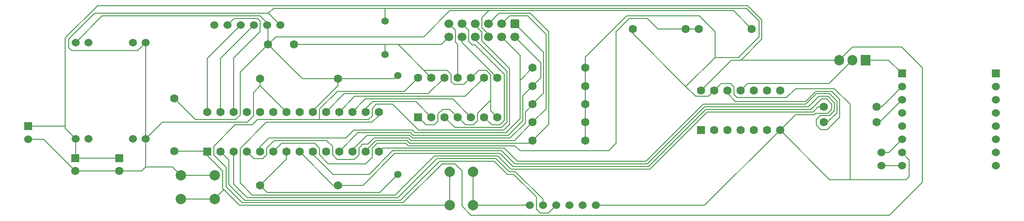
<source format=gbr>
%TF.GenerationSoftware,KiCad,Pcbnew,9.0.7*%
%TF.CreationDate,2026-01-05T23:13:07+01:00*%
%TF.ProjectId,hardware-Schematic,68617264-7761-4726-952d-536368656d61,rev?*%
%TF.SameCoordinates,Original*%
%TF.FileFunction,Copper,L1,Top*%
%TF.FilePolarity,Positive*%
%FSLAX46Y46*%
G04 Gerber Fmt 4.6, Leading zero omitted, Abs format (unit mm)*
G04 Created by KiCad (PCBNEW 9.0.7) date 2026-01-05 23:13:07*
%MOMM*%
%LPD*%
G01*
G04 APERTURE LIST*
G04 Aperture macros list*
%AMRoundRect*
0 Rectangle with rounded corners*
0 $1 Rounding radius*
0 $2 $3 $4 $5 $6 $7 $8 $9 X,Y pos of 4 corners*
0 Add a 4 corners polygon primitive as box body*
4,1,4,$2,$3,$4,$5,$6,$7,$8,$9,$2,$3,0*
0 Add four circle primitives for the rounded corners*
1,1,$1+$1,$2,$3*
1,1,$1+$1,$4,$5*
1,1,$1+$1,$6,$7*
1,1,$1+$1,$8,$9*
0 Add four rect primitives between the rounded corners*
20,1,$1+$1,$2,$3,$4,$5,0*
20,1,$1+$1,$4,$5,$6,$7,0*
20,1,$1+$1,$6,$7,$8,$9,0*
20,1,$1+$1,$8,$9,$2,$3,0*%
G04 Aperture macros list end*
%TA.AperFunction,ComponentPad*%
%ADD10C,1.600000*%
%TD*%
%TA.AperFunction,ComponentPad*%
%ADD11C,2.000000*%
%TD*%
%TA.AperFunction,ComponentPad*%
%ADD12R,1.905000X2.000000*%
%TD*%
%TA.AperFunction,ComponentPad*%
%ADD13O,1.905000X2.000000*%
%TD*%
%TA.AperFunction,ComponentPad*%
%ADD14C,1.524000*%
%TD*%
%TA.AperFunction,ComponentPad*%
%ADD15RoundRect,0.250000X0.550000X-0.550000X0.550000X0.550000X-0.550000X0.550000X-0.550000X-0.550000X0*%
%TD*%
%TA.AperFunction,ComponentPad*%
%ADD16R,1.524000X1.524000*%
%TD*%
%TA.AperFunction,ComponentPad*%
%ADD17C,1.400000*%
%TD*%
%TA.AperFunction,ComponentPad*%
%ADD18RoundRect,0.250000X-0.550000X0.550000X-0.550000X-0.550000X0.550000X-0.550000X0.550000X0.550000X0*%
%TD*%
%TA.AperFunction,ComponentPad*%
%ADD19RoundRect,0.250000X-0.600000X0.600000X-0.600000X-0.600000X0.600000X-0.600000X0.600000X0.600000X0*%
%TD*%
%TA.AperFunction,ComponentPad*%
%ADD20C,1.700000*%
%TD*%
%TA.AperFunction,Conductor*%
%ADD21C,0.200000*%
%TD*%
G04 APERTURE END LIST*
D10*
%TO.P,R7,1*%
%TO.N,GND*%
X163560000Y-101500000D03*
%TO.P,R7,2*%
%TO.N,Net-(U1-PD2)*%
X153400000Y-101500000D03*
%TD*%
%TO.P,R8,1*%
%TO.N,GND*%
X163580000Y-98000000D03*
%TO.P,R8,2*%
%TO.N,Net-(U1-PD6)*%
X153420000Y-98000000D03*
%TD*%
D11*
%TO.P,SW3,1,C*%
%TO.N,Net-(SW2A-D)*%
X137500000Y-117500000D03*
X137500000Y-111000000D03*
%TO.P,SW3,2,D*%
%TO.N,Net-(SW3A-D)*%
X142000000Y-117500000D03*
X142000000Y-111000000D03*
%TD*%
D12*
%TO.P,Q1,1,D*%
%TO.N,Net-(Q1-D)*%
X217500000Y-89500000D03*
D13*
%TO.P,Q1,2,G*%
%TO.N,Net-(Q1-G)*%
X214960000Y-89500000D03*
%TO.P,Q1,3,S*%
%TO.N,+5V*%
X212420000Y-89500000D03*
%TD*%
D14*
%TO.P,U2,1,32K*%
%TO.N,unconnected-(U2-32K-Pad1)*%
X92150000Y-82770000D03*
%TO.P,U2,2,SQW*%
%TO.N,Net-(U1-PC3)*%
X94690000Y-82770000D03*
%TO.P,U2,3,SCL*%
%TO.N,Net-(U1-PC5)*%
X97230000Y-82770000D03*
%TO.P,U2,4,SDA*%
%TO.N,Net-(U1-PC4)*%
X99770000Y-82770000D03*
%TO.P,U2,5,VCC*%
%TO.N,+3.3V*%
X102310000Y-82770000D03*
%TO.P,U2,6,GND*%
%TO.N,GND*%
X104850000Y-82770000D03*
%TD*%
D15*
%TO.P,U3,1*%
%TO.N,GND*%
X131380000Y-100500000D03*
D10*
%TO.P,U3,2*%
%TO.N,Net-(U1-PB2)*%
X133920000Y-100500000D03*
%TO.P,U3,3*%
%TO.N,Net-(J2-Pad8)*%
X136460000Y-100500000D03*
%TO.P,U3,4*%
%TO.N,GND*%
X139000000Y-100500000D03*
%TO.P,U3,5*%
%TO.N,Net-(U1-PB3)*%
X141540000Y-100500000D03*
%TO.P,U3,6*%
%TO.N,Net-(J2-Pad9)*%
X144080000Y-100500000D03*
%TO.P,U3,7,GND*%
%TO.N,GND*%
X146620000Y-100500000D03*
%TO.P,U3,8*%
%TO.N,Net-(J2-Pad10)*%
X146620000Y-92880000D03*
%TO.P,U3,9*%
%TO.N,Net-(U1-PB4)*%
X144080000Y-92880000D03*
%TO.P,U3,10*%
%TO.N,GND*%
X141540000Y-92880000D03*
%TO.P,U3,11*%
%TO.N,Net-(J2-Pad11)*%
X139000000Y-92880000D03*
%TO.P,U3,12*%
%TO.N,Net-(U1-PB5)*%
X136460000Y-92880000D03*
%TO.P,U3,13*%
%TO.N,GND*%
X133920000Y-92880000D03*
%TO.P,U3,14,VCC*%
%TO.N,+5V*%
X131380000Y-92880000D03*
%TD*%
%TO.P,J4,1,Pin_1*%
%TO.N,+3.3V*%
X195580000Y-83500000D03*
%TO.P,J4,2,Pin_2*%
%TO.N,Net-(J4-Pin_2)*%
X185420000Y-83500000D03*
%TD*%
%TO.P,C1,1*%
%TO.N,GND*%
X116000000Y-113620000D03*
%TO.P,C1,2*%
%TO.N,+3.3V*%
X101000000Y-113620000D03*
%TD*%
D15*
%TO.P,U1,1,~{RESET}/PC6*%
%TO.N,Net-(SW2A-D)*%
X90800000Y-107120000D03*
D10*
%TO.P,U1,2,PD0*%
%TO.N,Net-(U1-PD0)*%
X93340000Y-107120000D03*
%TO.P,U1,3,PD1*%
%TO.N,Net-(U1-PD1)*%
X95880000Y-107120000D03*
%TO.P,U1,4,PD2*%
%TO.N,Net-(U1-PD2)*%
X98420000Y-107120000D03*
%TO.P,U1,5,PD3*%
%TO.N,Net-(U1-PD3)*%
X100960000Y-107120000D03*
%TO.P,U1,6,PD4*%
%TO.N,Net-(J4-Pin_2)*%
X103500000Y-107120000D03*
%TO.P,U1,7,VCC*%
%TO.N,+3.3V*%
X106040000Y-107120000D03*
%TO.P,U1,8,GND*%
%TO.N,GND*%
X108580000Y-107120000D03*
%TO.P,U1,9,XTAL1/PB6*%
%TO.N,Net-(U1-XTAL1{slash}PB6)*%
X111120000Y-107120000D03*
%TO.P,U1,10,XTAL2/PB7*%
%TO.N,unconnected-(U1-XTAL2{slash}PB7-Pad10)*%
X113660000Y-107120000D03*
%TO.P,U1,11,PD5*%
%TO.N,Net-(U1-PD5)*%
X116200000Y-107120000D03*
%TO.P,U1,12,PD6*%
%TO.N,Net-(U1-PD6)*%
X118740000Y-107120000D03*
%TO.P,U1,13,PD7*%
%TO.N,Net-(U1-PD7)*%
X121280000Y-107120000D03*
%TO.P,U1,14,PB0*%
%TO.N,Net-(U1-PB0)*%
X123820000Y-107120000D03*
%TO.P,U1,15,PB1*%
%TO.N,Net-(U1-PB1)*%
X123820000Y-99500000D03*
%TO.P,U1,16,PB2*%
%TO.N,Net-(U1-PB2)*%
X121280000Y-99500000D03*
%TO.P,U1,17,PB3*%
%TO.N,Net-(U1-PB3)*%
X118740000Y-99500000D03*
%TO.P,U1,18,PB4*%
%TO.N,Net-(U1-PB4)*%
X116200000Y-99500000D03*
%TO.P,U1,19,PB5*%
%TO.N,Net-(U1-PB5)*%
X113660000Y-99500000D03*
%TO.P,U1,20,AVCC*%
%TO.N,+3.3V*%
X111120000Y-99500000D03*
%TO.P,U1,21,AREF*%
%TO.N,unconnected-(U1-AREF-Pad21)*%
X108580000Y-99500000D03*
%TO.P,U1,22,GND*%
%TO.N,GND*%
X106040000Y-99500000D03*
%TO.P,U1,23,PC0*%
%TO.N,unconnected-(U1-PC0-Pad23)*%
X103500000Y-99500000D03*
%TO.P,U1,24,PC1*%
%TO.N,unconnected-(U1-PC1-Pad24)*%
X100960000Y-99500000D03*
%TO.P,U1,25,PC2*%
%TO.N,unconnected-(U1-PC2-Pad25)*%
X98420000Y-99500000D03*
%TO.P,U1,26,PC3*%
%TO.N,Net-(U1-PC3)*%
X95880000Y-99500000D03*
%TO.P,U1,27,PC4*%
%TO.N,Net-(U1-PC4)*%
X93340000Y-99500000D03*
%TO.P,U1,28,PC5*%
%TO.N,Net-(U1-PC5)*%
X90800000Y-99500000D03*
%TD*%
D15*
%TO.P,U15,1*%
%TO.N,unconnected-(U15-Pad1)*%
X185800000Y-103000000D03*
D10*
%TO.P,U15,2*%
%TO.N,unconnected-(U15-Pad2)*%
X188340000Y-103000000D03*
%TO.P,U15,3*%
%TO.N,unconnected-(U15-Pad3)*%
X190880000Y-103000000D03*
%TO.P,U15,4*%
%TO.N,unconnected-(U15-Pad4)*%
X193420000Y-103000000D03*
%TO.P,U15,5*%
%TO.N,unconnected-(U15-Pad5)*%
X195960000Y-103000000D03*
%TO.P,U15,6*%
%TO.N,unconnected-(U15-Pad6)*%
X198500000Y-103000000D03*
%TO.P,U15,7,GND*%
%TO.N,GND*%
X201040000Y-103000000D03*
%TO.P,U15,8*%
%TO.N,unconnected-(U15-Pad8)*%
X201040000Y-95380000D03*
%TO.P,U15,9*%
%TO.N,unconnected-(U15-Pad9)*%
X198500000Y-95380000D03*
%TO.P,U15,10*%
%TO.N,unconnected-(U15-Pad10)*%
X195960000Y-95380000D03*
%TO.P,U15,11*%
%TO.N,Net-(Q1-G)*%
X193420000Y-95380000D03*
%TO.P,U15,12*%
%TO.N,Net-(U1-XTAL1{slash}PB6)*%
X190880000Y-95380000D03*
%TO.P,U15,13*%
%TO.N,GND*%
X188340000Y-95380000D03*
%TO.P,U15,14,VCC*%
%TO.N,+5V*%
X185800000Y-95380000D03*
%TD*%
%TO.P,R9,1*%
%TO.N,GND*%
X163560000Y-94500000D03*
%TO.P,R9,2*%
%TO.N,Net-(U1-PD5)*%
X153400000Y-94500000D03*
%TD*%
%TO.P,R11,1*%
%TO.N,GND*%
X172670000Y-83500000D03*
%TO.P,R11,2*%
%TO.N,Net-(J4-Pin_2)*%
X182830000Y-83500000D03*
%TD*%
%TO.P,R13,1*%
%TO.N,Net-(U1-PB1)*%
X209420000Y-98500000D03*
%TO.P,R13,2*%
%TO.N,Net-(U16-RX)*%
X219580000Y-98500000D03*
%TD*%
%TO.P,R6,1*%
%TO.N,GND*%
X163560000Y-105000000D03*
%TO.P,R6,2*%
%TO.N,Net-(U1-PD7)*%
X153400000Y-105000000D03*
%TD*%
D16*
%TO.P,J1,1,Pin_1*%
%TO.N,+5V*%
X56400000Y-102250000D03*
D14*
%TO.P,J1,2,Pin_2*%
%TO.N,GND*%
X56400000Y-104790000D03*
%TD*%
D17*
%TO.P,J5,1,Pin_1*%
%TO.N,+3.3V*%
X127500000Y-92500000D03*
%TD*%
D18*
%TO.P,C6,1*%
%TO.N,+5V*%
X73900000Y-108400000D03*
D10*
%TO.P,C6,2*%
%TO.N,GND*%
X73900000Y-110900000D03*
%TD*%
D14*
%TO.P,J3,1,Pin_1*%
%TO.N,Net-(J3-Pin_1)*%
X220550000Y-109890000D03*
%TO.P,J3,2,Pin_2*%
%TO.N,Net-(J3-Pin_2)*%
X220550000Y-107350000D03*
%TD*%
%TO.P,U14,1,DTR*%
%TO.N,Net-(SW3A-D)*%
X152880000Y-117500000D03*
%TO.P,U14,2,RX*%
%TO.N,Net-(U1-PD1)*%
X155420000Y-117500000D03*
%TO.P,U14,3,TX*%
%TO.N,Net-(U1-PD0)*%
X157960000Y-117500000D03*
%TO.P,U14,4,VCC*%
%TO.N,unconnected-(U14-VCC-Pad4)*%
X160500000Y-117500000D03*
%TO.P,U14,5,CTS*%
%TO.N,unconnected-(U14-CTS-Pad5)*%
X163040000Y-117500000D03*
%TO.P,U14,6,GND*%
%TO.N,GND*%
X165580000Y-117500000D03*
%TD*%
D10*
%TO.P,C2,1*%
%TO.N,+3.3V*%
X116000000Y-93120000D03*
%TO.P,C2,2*%
%TO.N,GND*%
X101000000Y-93120000D03*
%TD*%
D17*
%TO.P,J8,1,Pin_1*%
%TO.N,GND*%
X125000000Y-88400000D03*
%TD*%
D10*
%TO.P,R12,1*%
%TO.N,Net-(U1-PB0)*%
X209420000Y-101500000D03*
%TO.P,R12,2*%
%TO.N,Net-(U16-TX)*%
X219580000Y-101500000D03*
%TD*%
D17*
%TO.P,J6,1,Pin_1*%
%TO.N,+3.3V*%
X127500000Y-111500000D03*
%TD*%
D10*
%TO.P,C3,1*%
%TO.N,+3.3V*%
X102500000Y-86500000D03*
%TO.P,C3,2*%
%TO.N,GND*%
X107500000Y-86500000D03*
%TD*%
D11*
%TO.P,SW2,1,C*%
%TO.N,GND*%
X85750000Y-111750000D03*
X92250000Y-111750000D03*
%TO.P,SW2,2,D*%
%TO.N,Net-(SW2A-D)*%
X85750000Y-116250000D03*
X92250000Y-116250000D03*
%TD*%
D18*
%TO.P,C7,1*%
%TO.N,+5V*%
X65400000Y-108400000D03*
D10*
%TO.P,C7,2*%
%TO.N,GND*%
X65400000Y-110900000D03*
%TD*%
D17*
%TO.P,J7,1,Pin_1*%
%TO.N,GND*%
X125000000Y-82000000D03*
%TD*%
D10*
%TO.P,R1,1*%
%TO.N,Net-(SW2A-D)*%
X84500000Y-107080000D03*
%TO.P,R1,2*%
%TO.N,+3.3V*%
X84500000Y-96920000D03*
%TD*%
%TO.P,R10,1*%
%TO.N,GND*%
X163560000Y-91000000D03*
%TO.P,R10,2*%
%TO.N,Net-(U1-PD3)*%
X153400000Y-91000000D03*
%TD*%
D19*
%TO.P,J2,1*%
%TO.N,Net-(U1-PD6)*%
X150000000Y-82500000D03*
D20*
%TO.P,J2,2*%
%TO.N,Net-(U1-PD5)*%
X150000000Y-85040000D03*
%TO.P,J2,3*%
%TO.N,Net-(U1-PD2)*%
X147460000Y-82500000D03*
%TO.P,J2,4*%
%TO.N,Net-(U1-PD3)*%
X147460000Y-85040000D03*
%TO.P,J2,5*%
%TO.N,Net-(U1-PD7)*%
X144920000Y-82500000D03*
%TO.P,J2,6*%
%TO.N,+3.3V*%
X144920000Y-85040000D03*
%TO.P,J2,7*%
%TO.N,+5V*%
X142380000Y-82500000D03*
%TO.P,J2,8*%
%TO.N,Net-(J2-Pad8)*%
X142380000Y-85040000D03*
%TO.P,J2,9*%
%TO.N,Net-(J2-Pad9)*%
X139840000Y-82500000D03*
%TO.P,J2,10*%
%TO.N,Net-(J2-Pad10)*%
X139840000Y-85040000D03*
%TO.P,J2,11*%
%TO.N,Net-(J2-Pad11)*%
X137300000Y-82500000D03*
%TO.P,J2,12*%
%TO.N,GND*%
X137300000Y-85040000D03*
%TD*%
D14*
%TO.P,U17,1,IN+*%
%TO.N,+5V*%
X65500000Y-104650000D03*
%TO.P,U17,2,IN+*%
%TO.N,unconnected-(U17-IN+-Pad2)*%
X68000000Y-104650000D03*
%TO.P,U17,3,IN-*%
%TO.N,unconnected-(U17-IN--Pad3)*%
X76500000Y-104650000D03*
%TO.P,U17,4,IN-*%
%TO.N,GND*%
X79000000Y-104650000D03*
%TO.P,U17,5,OUT-*%
X79000000Y-86150000D03*
%TO.P,U17,6,OUT-*%
%TO.N,unconnected-(U17-OUT--Pad6)*%
X76500000Y-86150000D03*
%TO.P,U17,7,OUT+*%
%TO.N,unconnected-(U17-OUT+-Pad7)*%
X68000000Y-86150000D03*
%TO.P,U17,8,OUT+*%
%TO.N,+3.3V*%
X65500000Y-86150000D03*
%TD*%
D16*
%TO.P,U16,1,VCC*%
%TO.N,Net-(Q1-D)*%
X224495000Y-92110000D03*
D14*
%TO.P,U16,2,RX*%
%TO.N,Net-(U16-RX)*%
X224495000Y-94650000D03*
%TO.P,U16,3,TX*%
%TO.N,Net-(U16-TX)*%
X224495000Y-97190000D03*
%TO.P,U16,4,DAC_R*%
%TO.N,unconnected-(U16-DAC_R-Pad4)*%
X224495000Y-99730000D03*
%TO.P,U16,5,DAC_L*%
%TO.N,unconnected-(U16-DAC_L-Pad5)*%
X224495000Y-102270000D03*
%TO.P,U16,6,SPK_1*%
%TO.N,Net-(J3-Pin_2)*%
X224495000Y-104810000D03*
%TO.P,U16,7,GND*%
%TO.N,GND*%
X224495000Y-107350000D03*
%TO.P,U16,8,SPK_2*%
%TO.N,Net-(J3-Pin_1)*%
X224495000Y-109890000D03*
%TO.P,U16,9,IO_1*%
%TO.N,unconnected-(U16-IO_1-Pad9)*%
X242505000Y-109890000D03*
%TO.P,U16,10,GND*%
%TO.N,unconnected-(U16-GND-Pad10)*%
X242505000Y-107350000D03*
%TO.P,U16,11,IO_2*%
%TO.N,unconnected-(U16-IO_2-Pad11)*%
X242505000Y-104810000D03*
%TO.P,U16,12,ADKEY_1*%
%TO.N,unconnected-(U16-ADKEY_1-Pad12)*%
X242505000Y-102270000D03*
%TO.P,U16,13,ADKEY_2*%
%TO.N,unconnected-(U16-ADKEY_2-Pad13)*%
X242505000Y-99730000D03*
%TO.P,U16,14,USB+*%
%TO.N,unconnected-(U16-USB+-Pad14)*%
X242505000Y-97190000D03*
%TO.P,U16,15,USB6*%
%TO.N,unconnected-(U16-USB6-Pad15)*%
X242505000Y-94650000D03*
D16*
%TO.P,U16,16,BUSY*%
%TO.N,unconnected-(U16-BUSY-Pad16)*%
X242505000Y-92110000D03*
%TD*%
D21*
%TO.N,+5V*%
X139825000Y-117664892D02*
X141561108Y-119401000D01*
X139825000Y-110825000D02*
X139825000Y-117664892D01*
X142380000Y-82500000D02*
X142380000Y-82855000D01*
X136000000Y-109500000D02*
X138500000Y-109500000D01*
X128500000Y-117000000D02*
X136000000Y-109500000D01*
X97500000Y-117000000D02*
X128500000Y-117000000D01*
X94450000Y-113950000D02*
X97500000Y-117000000D01*
X94450000Y-110202900D02*
X94450000Y-113950000D01*
X100500000Y-101000000D02*
X99500000Y-102000000D01*
X143650000Y-84125000D02*
X143650000Y-85775000D01*
X92100000Y-106100000D02*
X92100000Y-107852900D01*
X138500000Y-109500000D02*
X139825000Y-110825000D01*
X143650000Y-85775000D02*
X149000000Y-91125000D01*
X142380000Y-82855000D02*
X143650000Y-84125000D01*
X126500000Y-98000000D02*
X123350000Y-98000000D01*
X149000000Y-91125000D02*
X149000000Y-101900000D01*
X224425000Y-87000000D02*
X214920000Y-87000000D01*
X99500000Y-102000000D02*
X96200000Y-102000000D01*
X149000000Y-101900000D02*
X147900000Y-103000000D01*
X214920000Y-87000000D02*
X212420000Y-89500000D01*
X96200000Y-102000000D02*
X92100000Y-106100000D01*
X147900000Y-103000000D02*
X131500000Y-103000000D01*
X131500000Y-103000000D02*
X126500000Y-98000000D01*
X92100000Y-107852900D02*
X94450000Y-110202900D01*
X141561108Y-119401000D02*
X222099000Y-119401000D01*
X123350000Y-98000000D02*
X122550000Y-98800000D01*
X222099000Y-119401000D02*
X228425000Y-113075000D01*
X122550000Y-98800000D02*
X122550000Y-100300000D01*
X228425000Y-113075000D02*
X228425000Y-91000000D01*
X122550000Y-100300000D02*
X121850000Y-101000000D01*
X121850000Y-101000000D02*
X100500000Y-101000000D01*
X228425000Y-91000000D02*
X224425000Y-87000000D01*
%TO.N,Net-(U16-TX)*%
X224495000Y-97190000D02*
X220185000Y-101500000D01*
X220185000Y-101500000D02*
X219580000Y-101500000D01*
%TO.N,Net-(U16-RX)*%
X224495000Y-94650000D02*
X220645000Y-98500000D01*
X220645000Y-98500000D02*
X219580000Y-98500000D01*
%TO.N,Net-(Q1-D)*%
X217500000Y-89500000D02*
X221885000Y-89500000D01*
X221885000Y-89500000D02*
X224495000Y-92110000D01*
%TO.N,GND*%
X214400000Y-112523000D02*
X225302000Y-112523000D01*
X225302000Y-112523000D02*
X225900000Y-111925000D01*
X225900000Y-108755000D02*
X224495000Y-107350000D01*
X225900000Y-111925000D02*
X225900000Y-108755000D01*
X210563000Y-112523000D02*
X214400000Y-112523000D01*
%TO.N,Net-(J3-Pin_2)*%
X220550000Y-107350000D02*
X221955000Y-107350000D01*
X221955000Y-107350000D02*
X224495000Y-104810000D01*
%TO.N,Net-(J3-Pin_1)*%
X220550000Y-109890000D02*
X224495000Y-109890000D01*
%TO.N,+5V*%
X63500000Y-101650000D02*
X63500000Y-102250000D01*
X56400000Y-102250000D02*
X63500000Y-102250000D01*
X63500000Y-102250000D02*
X63500000Y-102650000D01*
%TO.N,GND*%
X56400000Y-104790000D02*
X59290000Y-104790000D01*
X59290000Y-104790000D02*
X65400000Y-110900000D01*
%TO.N,+5V*%
X65500000Y-104650000D02*
X65500000Y-108300000D01*
X65500000Y-108300000D02*
X65400000Y-108400000D01*
X63500000Y-85250000D02*
X63500000Y-101650000D01*
X63500000Y-102650000D02*
X65500000Y-104650000D01*
%TO.N,GND*%
X79000000Y-110100000D02*
X84100000Y-110100000D01*
X84100000Y-110100000D02*
X85750000Y-111750000D01*
X73900000Y-110900000D02*
X78200000Y-110900000D01*
X78200000Y-110900000D02*
X79000000Y-110100000D01*
X79000000Y-110100000D02*
X79000000Y-104650000D01*
X79000000Y-104650000D02*
X82150000Y-101500000D01*
X82150000Y-101500000D02*
X98500000Y-101500000D01*
X98500000Y-101500000D02*
X99700000Y-100300000D01*
X99700000Y-100300000D02*
X99700000Y-95760000D01*
X99700000Y-95760000D02*
X101000000Y-94460000D01*
X79000000Y-104650000D02*
X79000000Y-86150000D01*
%TO.N,+5V*%
X197500000Y-81716450D02*
X197500000Y-85500000D01*
X63500000Y-85250000D02*
X69750000Y-79000000D01*
X69750000Y-79000000D02*
X194783550Y-79000000D01*
X194783550Y-79000000D02*
X197500000Y-81716450D01*
X197500000Y-85500000D02*
X193500000Y-89500000D01*
X193500000Y-89500000D02*
X193000000Y-89500000D01*
%TO.N,+3.3V*%
X65500000Y-86125000D02*
X70625000Y-81000000D01*
X70625000Y-81000000D02*
X101020000Y-81000000D01*
X101020000Y-81000000D02*
X102310000Y-82290000D01*
X102310000Y-82290000D02*
X102310000Y-82770000D01*
%TO.N,GND*%
X201040000Y-103000000D02*
X210563000Y-112523000D01*
X197000000Y-85000000D02*
X197000000Y-82000000D01*
X188340000Y-95380000D02*
X187239000Y-96481000D01*
X207675000Y-100000000D02*
X204040000Y-100000000D01*
X207000000Y-99000000D02*
X209000000Y-97000000D01*
X131380000Y-100500000D02*
X132880000Y-102000000D01*
X163560000Y-98440000D02*
X163560000Y-101500000D01*
X138300000Y-94200000D02*
X137750000Y-93650000D01*
X135840000Y-86500000D02*
X127540000Y-86500000D01*
X136100000Y-99000000D02*
X137500000Y-99000000D01*
X103580000Y-79500000D02*
X102580000Y-80500000D01*
X137500000Y-99000000D02*
X139000000Y-100500000D01*
X135200000Y-99900000D02*
X136100000Y-99000000D01*
X135540000Y-91500000D02*
X132540000Y-91500000D01*
X210200000Y-99800000D02*
X207875000Y-99800000D01*
X204040000Y-100000000D02*
X201040000Y-103000000D01*
X132880000Y-102000000D02*
X134500000Y-102000000D01*
X125000000Y-79500000D02*
X125000000Y-82000000D01*
X186716450Y-99000000D02*
X207000000Y-99000000D01*
X137750000Y-92250000D02*
X137000000Y-91500000D01*
X185488525Y-81000000D02*
X171500000Y-81000000D01*
X171500000Y-81000000D02*
X163560000Y-88940000D01*
X141540000Y-92880000D02*
X140220000Y-94200000D01*
X127540000Y-86500000D02*
X125000000Y-86500000D01*
X188500000Y-89000000D02*
X182894315Y-94605685D01*
X192175000Y-94675000D02*
X192175000Y-96156000D01*
X187239000Y-96481000D02*
X184769630Y-96481000D01*
X202250000Y-96750000D02*
X204000000Y-95000000D01*
X214500000Y-98000000D02*
X214500000Y-112523000D01*
X192175000Y-96156000D02*
X192769000Y-96750000D01*
X145350000Y-92310000D02*
X144540000Y-91500000D01*
X125000000Y-79500000D02*
X103580000Y-79500000D01*
X101000000Y-94460000D02*
X106040000Y-99500000D01*
X116000000Y-113620000D02*
X120812900Y-113620000D01*
X142040000Y-102000000D02*
X142800000Y-101240000D01*
X175716450Y-110000000D02*
X186716450Y-99000000D01*
X163580000Y-94580000D02*
X163580000Y-98000000D01*
X125000000Y-86500000D02*
X125000000Y-88400000D01*
X172670000Y-83500000D02*
X172670000Y-84381370D01*
X210000000Y-97000000D02*
X211000000Y-98000000D01*
X135540000Y-91500000D02*
X135300000Y-91500000D01*
X142800000Y-101240000D02*
X142800000Y-99800000D01*
X134500000Y-102000000D02*
X135200000Y-101300000D01*
X65400000Y-110900000D02*
X73900000Y-110900000D01*
X101000000Y-93120000D02*
X101000000Y-94460000D01*
X137300000Y-85040000D02*
X135840000Y-86500000D01*
X214400000Y-112523000D02*
X214500000Y-112523000D01*
X133920000Y-92880000D02*
X127540000Y-86500000D01*
X207875000Y-99800000D02*
X207675000Y-100000000D01*
X126932900Y-107500000D02*
X147155325Y-107500000D01*
X145350000Y-97250000D02*
X145350000Y-92310000D01*
X188340000Y-95380000D02*
X189720000Y-94000000D01*
X163580000Y-98000000D02*
X163580000Y-98420000D01*
X163560000Y-94500000D02*
X163560000Y-94560000D01*
X163580000Y-98420000D02*
X163560000Y-98440000D01*
X149655325Y-110000000D02*
X175716450Y-110000000D01*
X115080000Y-113620000D02*
X116000000Y-113620000D01*
X108580000Y-107120000D02*
X115080000Y-113620000D01*
X188500000Y-84011475D02*
X185488525Y-81000000D01*
X144540000Y-91500000D02*
X143040000Y-91500000D01*
X209000000Y-97000000D02*
X210000000Y-97000000D01*
X137750000Y-93650000D02*
X137750000Y-92250000D01*
X140500000Y-102000000D02*
X142040000Y-102000000D01*
X192769000Y-96750000D02*
X202250000Y-96750000D01*
X145350000Y-99230000D02*
X145350000Y-97250000D01*
X141660000Y-92880000D02*
X141540000Y-92880000D01*
X146620000Y-100500000D02*
X145350000Y-99230000D01*
X194500000Y-79500000D02*
X125000000Y-79500000D01*
X135200000Y-101300000D02*
X135200000Y-99900000D01*
X184769630Y-96481000D02*
X182894315Y-94605685D01*
X163560000Y-101500000D02*
X163560000Y-105000000D01*
X102580000Y-80500000D02*
X104850000Y-82770000D01*
X189720000Y-94000000D02*
X191500000Y-94000000D01*
X186540000Y-117500000D02*
X201040000Y-103000000D01*
X197000000Y-82000000D02*
X194500000Y-79500000D01*
X143040000Y-91500000D02*
X141660000Y-92880000D01*
X145100000Y-97500000D02*
X145350000Y-97250000D01*
X182894315Y-94605685D02*
X172670000Y-84381370D01*
X125000000Y-86500000D02*
X110937050Y-86500000D01*
X147155325Y-107500000D02*
X149655325Y-110000000D01*
X165580000Y-117500000D02*
X186540000Y-117500000D01*
X140220000Y-94200000D02*
X138300000Y-94200000D01*
X193000000Y-89000000D02*
X197000000Y-85000000D01*
X85750000Y-111750000D02*
X92250000Y-111750000D01*
X204000000Y-95000000D02*
X211500000Y-95000000D01*
X142800000Y-99800000D02*
X145100000Y-97500000D01*
X188500000Y-89000000D02*
X193000000Y-89000000D01*
X137000000Y-91500000D02*
X135540000Y-91500000D01*
X120812900Y-113620000D02*
X126932900Y-107500000D01*
X211500000Y-95000000D02*
X214500000Y-98000000D01*
X163560000Y-88940000D02*
X163560000Y-91000000D01*
X163560000Y-91000000D02*
X163560000Y-94500000D01*
X191500000Y-94000000D02*
X192175000Y-94675000D01*
X107500000Y-86500000D02*
X110937050Y-86500000D01*
X139000000Y-100500000D02*
X140500000Y-102000000D01*
X163560000Y-94560000D02*
X163580000Y-94580000D01*
X188500000Y-89000000D02*
X188500000Y-84011475D01*
X211000000Y-99000000D02*
X210200000Y-99800000D01*
X211000000Y-98000000D02*
X211000000Y-99000000D01*
%TO.N,+3.3V*%
X144920000Y-85040000D02*
X144920000Y-84520000D01*
X102500000Y-83500000D02*
X102500000Y-86500000D01*
X132500000Y-85000000D02*
X104000000Y-85000000D01*
X104000000Y-85000000D02*
X102500000Y-86500000D01*
X144920000Y-84520000D02*
X143650000Y-83250000D01*
X102310000Y-82770000D02*
X102310000Y-83310000D01*
X137500000Y-80000000D02*
X132500000Y-85000000D01*
X143650000Y-81350000D02*
X145000000Y-80000000D01*
X102500000Y-86500000D02*
X109120000Y-93120000D01*
X101000000Y-113620000D02*
X102380000Y-115000000D01*
X145000000Y-80000000D02*
X137500000Y-80000000D01*
X111120000Y-99280000D02*
X111120000Y-99500000D01*
X88580000Y-101000000D02*
X96250000Y-101000000D01*
X102310000Y-83310000D02*
X102500000Y-83500000D01*
X106040000Y-107120000D02*
X106040000Y-108580000D01*
X102380000Y-115000000D02*
X124000000Y-115000000D01*
X143650000Y-83250000D02*
X143650000Y-81350000D01*
X84500000Y-96920000D02*
X88580000Y-101000000D01*
X124000000Y-115000000D02*
X127500000Y-111500000D01*
X109120000Y-93120000D02*
X116000000Y-93120000D01*
X192080000Y-80000000D02*
X195580000Y-83500000D01*
X116000000Y-94400000D02*
X111120000Y-99280000D01*
X116000000Y-93120000D02*
X126880000Y-93120000D01*
X106040000Y-108580000D02*
X101000000Y-113620000D01*
X126880000Y-93120000D02*
X127500000Y-92500000D01*
X145000000Y-80000000D02*
X192080000Y-80000000D01*
X96250000Y-101000000D02*
X97150000Y-100100000D01*
X97150000Y-100100000D02*
X97150000Y-91850000D01*
X116000000Y-93120000D02*
X116000000Y-94400000D01*
X97150000Y-91850000D02*
X102500000Y-86500000D01*
%TO.N,+5V*%
X115850000Y-95500000D02*
X112400000Y-98950000D01*
X65400000Y-108400000D02*
X73900000Y-108400000D01*
X112400000Y-98950000D02*
X112400000Y-101000000D01*
X193000000Y-89500000D02*
X191680000Y-89500000D01*
X128760000Y-95500000D02*
X115850000Y-95500000D01*
X191680000Y-89500000D02*
X185800000Y-95380000D01*
X131380000Y-92880000D02*
X128760000Y-95500000D01*
X212420000Y-89500000D02*
X193000000Y-89500000D01*
%TO.N,Net-(J2-Pad10)*%
X139840000Y-86100000D02*
X146620000Y-92880000D01*
X139840000Y-85040000D02*
X139840000Y-86100000D01*
%TO.N,Net-(J2-Pad11)*%
X138575000Y-83775000D02*
X137300000Y-82500000D01*
X138575000Y-86075000D02*
X138575000Y-83775000D01*
X139000000Y-86500000D02*
X138575000Y-86075000D01*
X139000000Y-92880000D02*
X139000000Y-86500000D01*
%TO.N,Net-(J2-Pad8)*%
X136460000Y-100500000D02*
X138460000Y-102500000D01*
X147500000Y-102500000D02*
X148500000Y-101500000D01*
X148500000Y-101500000D02*
X148500000Y-91650000D01*
X142380000Y-85040000D02*
X142380000Y-85187100D01*
X142380000Y-85530000D02*
X142380000Y-85040000D01*
X138460000Y-102500000D02*
X147500000Y-102500000D01*
X148500000Y-91650000D02*
X142380000Y-85530000D01*
%TO.N,Net-(U1-PD5)*%
X116200000Y-107120000D02*
X119820000Y-103500000D01*
X119820000Y-103500000D02*
X129966450Y-103500000D01*
X129966450Y-103500000D02*
X130466450Y-104000000D01*
X151500000Y-96400000D02*
X153400000Y-94500000D01*
X155000000Y-92900000D02*
X155000000Y-90000000D01*
X148700000Y-104000000D02*
X151500000Y-101200000D01*
X154960000Y-90000000D02*
X155000000Y-90000000D01*
X150000000Y-85040000D02*
X154960000Y-90000000D01*
X130466450Y-104000000D02*
X148700000Y-104000000D01*
X153400000Y-94500000D02*
X155000000Y-92900000D01*
X151500000Y-101200000D02*
X151500000Y-96400000D01*
%TO.N,Net-(U1-PD2)*%
X114925000Y-106150000D02*
X114925000Y-107740050D01*
X103700000Y-105000000D02*
X113775000Y-105000000D01*
X156000000Y-98900000D02*
X156000000Y-84500000D01*
X152500000Y-81000000D02*
X148960000Y-81000000D01*
X153400000Y-101500000D02*
X156000000Y-98900000D01*
X98420000Y-107120000D02*
X99800000Y-108500000D01*
X148960000Y-81000000D02*
X147460000Y-82500000D01*
X122950000Y-104500000D02*
X129500000Y-104500000D01*
X115806950Y-108622000D02*
X119078000Y-108622000D01*
X120000000Y-106427100D02*
X120713550Y-105713550D01*
X130000000Y-105000000D02*
X149900000Y-105000000D01*
X149900000Y-105000000D02*
X153400000Y-101500000D01*
X101475050Y-108500000D02*
X102250000Y-107725050D01*
X114925000Y-107740050D02*
X115806950Y-108622000D01*
X119078000Y-108622000D02*
X120000000Y-107700000D01*
X120713550Y-105713550D02*
X121736450Y-105713550D01*
X113775000Y-105000000D02*
X114925000Y-106150000D01*
X129500000Y-104500000D02*
X130000000Y-105000000D01*
X120000000Y-107700000D02*
X120000000Y-106427100D01*
X102250000Y-107725050D02*
X102250000Y-106450000D01*
X99800000Y-108500000D02*
X101475050Y-108500000D01*
X102250000Y-106450000D02*
X103700000Y-105000000D01*
X121736450Y-105713550D02*
X122950000Y-104500000D01*
X156000000Y-84500000D02*
X152500000Y-81000000D01*
%TO.N,Net-(J2-Pad9)*%
X141100000Y-85850000D02*
X141100000Y-83760000D01*
X141775000Y-86525000D02*
X141100000Y-85850000D01*
X148000000Y-101150000D02*
X148000000Y-92250000D01*
X144080000Y-100500000D02*
X145580000Y-102000000D01*
X142275000Y-86525000D02*
X141775000Y-86525000D01*
X147150000Y-102000000D02*
X148000000Y-101150000D01*
X145580000Y-102000000D02*
X147150000Y-102000000D01*
X148000000Y-92250000D02*
X142275000Y-86525000D01*
X141100000Y-83760000D02*
X139840000Y-82500000D01*
%TO.N,Net-(U1-PD3)*%
X117500000Y-104500000D02*
X102700000Y-104500000D01*
X151000000Y-100800000D02*
X148300000Y-103500000D01*
X130750000Y-103500000D02*
X130250000Y-103000000D01*
X151000000Y-93400000D02*
X151000000Y-100800000D01*
X100960000Y-106240000D02*
X100960000Y-107120000D01*
X151000000Y-88580000D02*
X147460000Y-85040000D01*
X148300000Y-103500000D02*
X130750000Y-103500000D01*
X119000000Y-103000000D02*
X117500000Y-104500000D01*
X151000000Y-93400000D02*
X153400000Y-91000000D01*
X151000000Y-93400000D02*
X151000000Y-88580000D01*
X130250000Y-103000000D02*
X119000000Y-103000000D01*
X102700000Y-104500000D02*
X100960000Y-106240000D01*
%TO.N,Net-(U1-PD6)*%
X130250000Y-104500000D02*
X149100000Y-104500000D01*
X152000000Y-101600000D02*
X152000000Y-99500000D01*
X118740000Y-107120000D02*
X118740000Y-106815000D01*
X149100000Y-104500000D02*
X152000000Y-101600000D01*
X129750000Y-104000000D02*
X130250000Y-104500000D01*
X118740000Y-106815000D02*
X121555000Y-104000000D01*
X153420000Y-98000000D02*
X155500000Y-95920000D01*
X121555000Y-104000000D02*
X129750000Y-104000000D01*
X153420000Y-98080000D02*
X153420000Y-98000000D01*
X152000000Y-99500000D02*
X153420000Y-98080000D01*
X150000000Y-82500000D02*
X155500000Y-88000000D01*
X155500000Y-95920000D02*
X155500000Y-88000000D01*
%TO.N,Net-(U1-PD7)*%
X121280000Y-107120000D02*
X121280000Y-106970000D01*
X146920000Y-80500000D02*
X144920000Y-82500000D01*
X153400000Y-105000000D02*
X156500000Y-101900000D01*
X121280000Y-106970000D02*
X123250000Y-105000000D01*
X129750000Y-105500000D02*
X152900000Y-105500000D01*
X123250000Y-105000000D02*
X129250000Y-105000000D01*
X152900000Y-105500000D02*
X153400000Y-105000000D01*
X156500000Y-84000000D02*
X153000000Y-80500000D01*
X129250000Y-105000000D02*
X129750000Y-105500000D01*
X153000000Y-80500000D02*
X146920000Y-80500000D01*
X156500000Y-101900000D02*
X156500000Y-84000000D01*
%TO.N,Net-(Q1-G)*%
X214960000Y-89500000D02*
X215000000Y-89540000D01*
X214960000Y-89500000D02*
X210460000Y-94000000D01*
X194800000Y-94000000D02*
X193420000Y-95380000D01*
X210460000Y-94000000D02*
X194800000Y-94000000D01*
%TO.N,Net-(SW2A-D)*%
X85750000Y-116250000D02*
X92250000Y-116250000D01*
X90800000Y-107120000D02*
X90800000Y-107900000D01*
X84500000Y-107080000D02*
X90760000Y-107080000D01*
X93800000Y-110900000D02*
X93800000Y-114300000D01*
X97000000Y-117500000D02*
X94000000Y-114500000D01*
X93800000Y-114300000D02*
X94000000Y-114500000D01*
X90800000Y-107900000D02*
X93800000Y-110900000D01*
X137500000Y-111000000D02*
X137500000Y-117500000D01*
X137500000Y-117500000D02*
X97000000Y-117500000D01*
X94000000Y-114500000D02*
X93551000Y-114949000D01*
X90760000Y-107080000D02*
X90800000Y-107120000D01*
X93551000Y-114949000D02*
X92250000Y-116250000D01*
%TO.N,Net-(J4-Pin_2)*%
X121300000Y-109500000D02*
X122550000Y-108250000D01*
X175500000Y-81500000D02*
X177500000Y-83500000D01*
X182830000Y-83500000D02*
X185420000Y-83500000D01*
X111450000Y-105500000D02*
X112400000Y-106450000D01*
X105120000Y-105500000D02*
X111450000Y-105500000D01*
X129000000Y-105500000D02*
X129500000Y-106000000D01*
X150000000Y-106000000D02*
X151000000Y-107000000D01*
X123547760Y-105500000D02*
X129000000Y-105500000D01*
X129500000Y-106000000D02*
X150000000Y-106000000D01*
X177500000Y-83500000D02*
X182830000Y-83500000D01*
X151000000Y-107000000D02*
X168000000Y-107000000D01*
X169500000Y-84000000D02*
X172000000Y-81500000D01*
X112400000Y-107755050D02*
X114144950Y-109500000D01*
X168000000Y-107000000D02*
X169500000Y-105500000D01*
X112400000Y-106450000D02*
X112400000Y-107755050D01*
X169500000Y-105500000D02*
X169500000Y-84000000D01*
X103500000Y-107120000D02*
X105120000Y-105500000D01*
X122550000Y-106497760D02*
X123547760Y-105500000D01*
X114144950Y-109500000D02*
X121300000Y-109500000D01*
X172000000Y-81500000D02*
X175500000Y-81500000D01*
X122550000Y-108250000D02*
X122550000Y-106497760D01*
%TO.N,Net-(U1-PB0)*%
X148000000Y-106500000D02*
X150500000Y-109000000D01*
X175275000Y-109000000D02*
X186275000Y-98000000D01*
X210567100Y-96000000D02*
X212000000Y-97432900D01*
X150500000Y-109000000D02*
X175275000Y-109000000D01*
X124440000Y-106500000D02*
X148000000Y-106500000D01*
X212000000Y-97432900D02*
X212000000Y-99650000D01*
X212000000Y-99650000D02*
X210150000Y-101500000D01*
X123820000Y-107120000D02*
X124440000Y-106500000D01*
X208000000Y-96000000D02*
X210567100Y-96000000D01*
X210150000Y-101500000D02*
X209420000Y-101500000D01*
X206000000Y-98000000D02*
X208000000Y-96000000D01*
X186275000Y-98000000D02*
X206000000Y-98000000D01*
%TO.N,Net-(U1-PB1)*%
X97150000Y-113150000D02*
X99500000Y-115500000D01*
X122500000Y-101500000D02*
X102200000Y-101500000D01*
X123820000Y-100180000D02*
X122500000Y-101500000D01*
X149243550Y-110500000D02*
X176000000Y-110500000D01*
X146743550Y-108000000D02*
X149243550Y-110500000D01*
X123820000Y-99500000D02*
X123820000Y-100180000D01*
X127000000Y-115500000D02*
X134500000Y-108000000D01*
X207375000Y-99500000D02*
X208375000Y-98500000D01*
X97150000Y-106550000D02*
X97150000Y-113150000D01*
X99500000Y-115500000D02*
X127000000Y-115500000D01*
X134500000Y-108000000D02*
X146743550Y-108000000D01*
X187000000Y-99500000D02*
X207375000Y-99500000D01*
X208375000Y-98500000D02*
X209420000Y-98500000D01*
X102200000Y-101500000D02*
X97150000Y-106550000D01*
X176000000Y-110500000D02*
X187000000Y-99500000D01*
%TO.N,Net-(SW3A-D)*%
X142000000Y-117500000D02*
X142000000Y-111000000D01*
X152880000Y-117500000D02*
X142000000Y-117500000D01*
%TO.N,Net-(U1-PD1)*%
X98500000Y-116000000D02*
X127500000Y-116000000D01*
X146375000Y-108500000D02*
X148875000Y-111000000D01*
X95880000Y-113380000D02*
X98500000Y-116000000D01*
X150100000Y-111000000D02*
X155420000Y-116320000D01*
X127500000Y-116000000D02*
X135000000Y-108500000D01*
X148875000Y-111000000D02*
X150100000Y-111000000D01*
X155420000Y-116320000D02*
X155420000Y-117500000D01*
X95880000Y-107120000D02*
X95880000Y-113380000D01*
X135000000Y-108500000D02*
X146375000Y-108500000D01*
%TO.N,Net-(U1-PB3)*%
X118740000Y-99500000D02*
X121240000Y-97000000D01*
X121240000Y-97000000D02*
X138040000Y-97000000D01*
X138040000Y-97000000D02*
X141540000Y-100500000D01*
%TO.N,Net-(U1-PD0)*%
X98000000Y-116500000D02*
X128000000Y-116500000D01*
X148525000Y-111525000D02*
X149775000Y-111525000D01*
X135500000Y-109000000D02*
X146000000Y-109000000D01*
X95000000Y-113500000D02*
X98000000Y-116500000D01*
X154150000Y-115900000D02*
X154150000Y-118191655D01*
X154958345Y-119000000D02*
X156460000Y-119000000D01*
X149775000Y-111525000D02*
X154150000Y-115900000D01*
X93340000Y-107120000D02*
X95000000Y-108780000D01*
X146000000Y-109000000D02*
X148525000Y-111525000D01*
X128000000Y-116500000D02*
X135500000Y-109000000D01*
X154150000Y-118191655D02*
X154958345Y-119000000D01*
X156460000Y-119000000D02*
X157960000Y-117500000D01*
X95000000Y-108780000D02*
X95000000Y-113500000D01*
%TO.N,Net-(U1-PC4)*%
X93340000Y-99500000D02*
X93340000Y-89200000D01*
X93340000Y-89200000D02*
X99770000Y-82770000D01*
%TO.N,Net-(U1-PB5)*%
X133340000Y-96000000D02*
X136460000Y-92880000D01*
X113660000Y-99500000D02*
X117160000Y-96000000D01*
X117160000Y-96000000D02*
X133340000Y-96000000D01*
%TO.N,Net-(U1-PC3)*%
X95960000Y-81500000D02*
X100472900Y-81500000D01*
X94690000Y-82770000D02*
X95960000Y-81500000D01*
X95880000Y-89120000D02*
X95880000Y-99500000D01*
X101000000Y-82027100D02*
X101000000Y-84000000D01*
X101000000Y-84000000D02*
X95880000Y-89120000D01*
X100472900Y-81500000D02*
X101000000Y-82027100D01*
%TO.N,Net-(U1-PB2)*%
X133920000Y-100880000D02*
X133920000Y-100500000D01*
X121280000Y-98870000D02*
X122650000Y-97500000D01*
X130920000Y-97500000D02*
X133920000Y-100500000D01*
X121280000Y-99500000D02*
X121280000Y-98870000D01*
X122650000Y-97500000D02*
X130920000Y-97500000D01*
X133920000Y-100880000D02*
X134040000Y-101000000D01*
%TO.N,Net-(U1-PC5)*%
X90800000Y-89200000D02*
X97230000Y-82770000D01*
X90800000Y-99500000D02*
X90800000Y-89200000D01*
%TO.N,Net-(U1-PB4)*%
X116200000Y-99500000D02*
X119200000Y-96500000D01*
X140460000Y-96500000D02*
X144080000Y-92880000D01*
X119200000Y-96500000D02*
X140460000Y-96500000D01*
%TO.N,Net-(U1-XTAL1{slash}PB6)*%
X150000000Y-109500000D02*
X175500000Y-109500000D01*
X115000000Y-111500000D02*
X122000000Y-111500000D01*
X122000000Y-111500000D02*
X126500000Y-107000000D01*
X207932900Y-95500000D02*
X205966450Y-97466450D01*
X192466450Y-97466450D02*
X190880000Y-95880000D01*
X208000000Y-101000000D02*
X208000000Y-102000000D01*
X210575000Y-100225000D02*
X208775000Y-100225000D01*
X190880000Y-95880000D02*
X190880000Y-95380000D01*
X210250000Y-96500000D02*
X211500000Y-97750000D01*
X211500000Y-97750000D02*
X211500000Y-99300000D01*
X206500000Y-98500000D02*
X208500000Y-96500000D01*
X208875000Y-102875000D02*
X210125000Y-102875000D01*
X208775000Y-100225000D02*
X208000000Y-101000000D01*
X211500000Y-99300000D02*
X210575000Y-100225000D01*
X212500000Y-100500000D02*
X212500000Y-97067100D01*
X111120000Y-107120000D02*
X111120000Y-107620000D01*
X126500000Y-107000000D02*
X147500000Y-107000000D01*
X147500000Y-107000000D02*
X150000000Y-109500000D01*
X208000000Y-102000000D02*
X208875000Y-102875000D01*
X212500000Y-97067100D02*
X210932900Y-95500000D01*
X186500000Y-98500000D02*
X206500000Y-98500000D01*
X210932900Y-95500000D02*
X207932900Y-95500000D01*
X175500000Y-109500000D02*
X186500000Y-98500000D01*
X111120000Y-107620000D02*
X115000000Y-111500000D01*
X205966450Y-97466450D02*
X192466450Y-97466450D01*
X210125000Y-102875000D02*
X212500000Y-100500000D01*
X208500000Y-96500000D02*
X210250000Y-96500000D01*
%TO.N,GND*%
X64181000Y-87156000D02*
X64181000Y-85494000D01*
X64181000Y-85494000D02*
X69175000Y-80500000D01*
X64725000Y-87700000D02*
X64181000Y-87156000D01*
X69175000Y-80500000D02*
X102580000Y-80500000D01*
X77450000Y-87700000D02*
X79000000Y-86150000D01*
X64725000Y-87700000D02*
X77450000Y-87700000D01*
%TD*%
M02*

</source>
